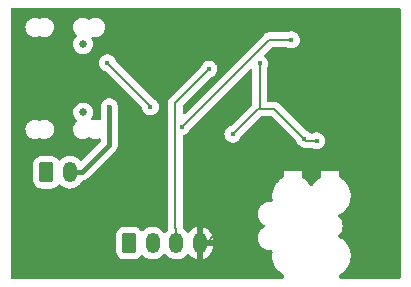
<source format=gbr>
%TF.GenerationSoftware,KiCad,Pcbnew,(6.0.7)*%
%TF.CreationDate,2022-09-26T20:50:42-04:00*%
%TF.ProjectId,STM32G4_USB_PD,53544d33-3247-4345-9f55-53425f50442e,rev?*%
%TF.SameCoordinates,Original*%
%TF.FileFunction,Copper,L2,Bot*%
%TF.FilePolarity,Positive*%
%FSLAX46Y46*%
G04 Gerber Fmt 4.6, Leading zero omitted, Abs format (unit mm)*
G04 Created by KiCad (PCBNEW (6.0.7)) date 2022-09-26 20:50:42*
%MOMM*%
%LPD*%
G01*
G04 APERTURE LIST*
G04 Aperture macros list*
%AMRoundRect*
0 Rectangle with rounded corners*
0 $1 Rounding radius*
0 $2 $3 $4 $5 $6 $7 $8 $9 X,Y pos of 4 corners*
0 Add a 4 corners polygon primitive as box body*
4,1,4,$2,$3,$4,$5,$6,$7,$8,$9,$2,$3,0*
0 Add four circle primitives for the rounded corners*
1,1,$1+$1,$2,$3*
1,1,$1+$1,$4,$5*
1,1,$1+$1,$6,$7*
1,1,$1+$1,$8,$9*
0 Add four rect primitives between the rounded corners*
20,1,$1+$1,$2,$3,$4,$5,0*
20,1,$1+$1,$4,$5,$6,$7,0*
20,1,$1+$1,$6,$7,$8,$9,0*
20,1,$1+$1,$8,$9,$2,$3,0*%
G04 Aperture macros list end*
%TA.AperFunction,ComponentPad*%
%ADD10C,0.660400*%
%TD*%
%TA.AperFunction,ComponentPad*%
%ADD11RoundRect,0.250000X-0.350000X-0.625000X0.350000X-0.625000X0.350000X0.625000X-0.350000X0.625000X0*%
%TD*%
%TA.AperFunction,ComponentPad*%
%ADD12O,1.200000X1.750000*%
%TD*%
%TA.AperFunction,ViaPad*%
%ADD13C,0.400000*%
%TD*%
%TA.AperFunction,Conductor*%
%ADD14C,0.200000*%
%TD*%
%TA.AperFunction,Conductor*%
%ADD15C,0.400000*%
%TD*%
G04 APERTURE END LIST*
D10*
%TO.P,J1,17*%
%TO.N,N/C*%
X92620201Y-71110001D03*
%TO.P,J1,18*%
X92620201Y-76889999D03*
%TD*%
D11*
%TO.P,J4,1,Pin_1*%
%TO.N,Net-(J4-Pad1)*%
X89500000Y-81950000D03*
D12*
%TO.P,J4,2,Pin_2*%
%TO.N,V_USB*%
X91500000Y-81950000D03*
%TD*%
D11*
%TO.P,J3,1,Pin_1*%
%TO.N,V_USB*%
X96500000Y-87950000D03*
D12*
%TO.P,J3,2,Pin_2*%
%TO.N,unconnected-(J3-Pad2)*%
X98500000Y-87950000D03*
%TO.P,J3,3,Pin_3*%
%TO.N,USART2_RX*%
X100500000Y-87950000D03*
%TO.P,J3,4,Pin_4*%
%TO.N,GND*%
X102500000Y-87950000D03*
%TD*%
D13*
%TO.N,GND*%
X111075800Y-81243900D03*
X115633400Y-81230800D03*
%TO.N,V_USB*%
X94833400Y-76400000D03*
%TO.N,+3.3V*%
X111325200Y-79103000D03*
X105287200Y-78734200D03*
X112387500Y-79288900D03*
X107555200Y-72733900D03*
%TO.N,USB_CC1*%
X94677300Y-72681300D03*
X98314500Y-76406000D03*
%TO.N,USART2_RX*%
X103275800Y-73234200D03*
%TO.N,MOTOR_PWM*%
X100951200Y-78142800D03*
X110247300Y-70731500D03*
%TD*%
D14*
%TO.N,GND*%
X111075800Y-81243900D02*
X115620300Y-81243900D01*
X103400300Y-87637500D02*
X109793900Y-81243900D01*
X115620300Y-81243900D02*
X115633400Y-81230800D01*
X102500000Y-87950000D02*
X103400300Y-87950000D01*
X103400300Y-87950000D02*
X103400300Y-87637500D01*
X109793900Y-81243900D02*
X111075800Y-81243900D01*
D15*
%TO.N,V_USB*%
X94833400Y-79616900D02*
X94833400Y-76400000D01*
X92500300Y-81950000D02*
X94833400Y-79616900D01*
X91500000Y-81950000D02*
X92500300Y-81950000D01*
D14*
%TO.N,+3.3V*%
X108806000Y-76583800D02*
X111325200Y-79103000D01*
X111325200Y-79103000D02*
X111511100Y-79288900D01*
X107555200Y-76583800D02*
X107437600Y-76583800D01*
X107437600Y-76583800D02*
X105287200Y-78734200D01*
X111511100Y-79288900D02*
X112387500Y-79288900D01*
X107555200Y-76583800D02*
X108806000Y-76583800D01*
X107555200Y-72733900D02*
X107555200Y-76583800D01*
%TO.N,USB_CC1*%
X98314500Y-76318500D02*
X94677300Y-72681300D01*
X98314500Y-76406000D02*
X98314500Y-76318500D01*
%TO.N,USART2_RX*%
X100500000Y-87950000D02*
X100500000Y-86774700D01*
X100426600Y-76083400D02*
X103275800Y-73234200D01*
X100500000Y-86774700D02*
X100426600Y-86701300D01*
X100426600Y-86701300D02*
X100426600Y-76083400D01*
%TO.N,MOTOR_PWM*%
X110247300Y-70731500D02*
X108362500Y-70731500D01*
X108362500Y-70731500D02*
X100951200Y-78142800D01*
%TD*%
%TA.AperFunction,Conductor*%
%TO.N,GND*%
G36*
X119433621Y-68028502D02*
G01*
X119480114Y-68082158D01*
X119491500Y-68134500D01*
X119491500Y-90865500D01*
X119471498Y-90933621D01*
X119417842Y-90980114D01*
X119365500Y-90991500D01*
X114440500Y-90991500D01*
X114372379Y-90971498D01*
X114325886Y-90917842D01*
X114314500Y-90865500D01*
X114314500Y-90668324D01*
X114334502Y-90600203D01*
X114376645Y-90559703D01*
X114451905Y-90515460D01*
X114532530Y-90468063D01*
X114536241Y-90465042D01*
X114536245Y-90465039D01*
X114733408Y-90304523D01*
X114737120Y-90301501D01*
X114740329Y-90297956D01*
X114740334Y-90297951D01*
X114910945Y-90109461D01*
X114914161Y-90105908D01*
X115059580Y-89885787D01*
X115125724Y-89742311D01*
X115168024Y-89650555D01*
X115168025Y-89650552D01*
X115170030Y-89646203D01*
X115242969Y-89392668D01*
X115250123Y-89337213D01*
X115276109Y-89135755D01*
X115276109Y-89135754D01*
X115276720Y-89131018D01*
X115272167Y-88937847D01*
X115270617Y-88872053D01*
X115270617Y-88872048D01*
X115270504Y-88867273D01*
X115242010Y-88706497D01*
X115225300Y-88612207D01*
X115225299Y-88612203D01*
X115224466Y-88607503D01*
X115201981Y-88541263D01*
X115148222Y-88382895D01*
X115139664Y-88357685D01*
X115018051Y-88123570D01*
X114862424Y-87910543D01*
X114676366Y-87723508D01*
X114539144Y-87622154D01*
X114468008Y-87569612D01*
X114468004Y-87569610D01*
X114464157Y-87566768D01*
X114400867Y-87533469D01*
X114278149Y-87468904D01*
X114227176Y-87419485D01*
X114211013Y-87350353D01*
X114234792Y-87283456D01*
X114257179Y-87259754D01*
X114273005Y-87246846D01*
X114277782Y-87242950D01*
X114283089Y-87236535D01*
X114404108Y-87090248D01*
X114404110Y-87090245D01*
X114408037Y-87085498D01*
X114505229Y-86905745D01*
X114547730Y-86768448D01*
X114563834Y-86716424D01*
X114563835Y-86716421D01*
X114565656Y-86710537D01*
X114567488Y-86693112D01*
X114586372Y-86513438D01*
X114586372Y-86513437D01*
X114587016Y-86507310D01*
X114572782Y-86350900D01*
X114569055Y-86309943D01*
X114569054Y-86309940D01*
X114568496Y-86303804D01*
X114510800Y-86107771D01*
X114416127Y-85926678D01*
X114288083Y-85767423D01*
X114256578Y-85740987D01*
X114217252Y-85681880D01*
X114216124Y-85610892D01*
X114253555Y-85550564D01*
X114290876Y-85527437D01*
X114300651Y-85523537D01*
X114305100Y-85521762D01*
X114532530Y-85388063D01*
X114536241Y-85385042D01*
X114536245Y-85385039D01*
X114733408Y-85224523D01*
X114737120Y-85221501D01*
X114740329Y-85217956D01*
X114740334Y-85217951D01*
X114910945Y-85029461D01*
X114914161Y-85025908D01*
X115059580Y-84805787D01*
X115089425Y-84741050D01*
X115168024Y-84570555D01*
X115168025Y-84570552D01*
X115170030Y-84566203D01*
X115242969Y-84312668D01*
X115276720Y-84051018D01*
X115270504Y-83787273D01*
X115238614Y-83607332D01*
X115225300Y-83532207D01*
X115225299Y-83532203D01*
X115224466Y-83527503D01*
X115139664Y-83277685D01*
X115018051Y-83043570D01*
X114862424Y-82830543D01*
X114676366Y-82643508D01*
X114468074Y-82489661D01*
X114468008Y-82489612D01*
X114468004Y-82489610D01*
X114464157Y-82486768D01*
X114436326Y-82472125D01*
X114381832Y-82443454D01*
X114330859Y-82394034D01*
X114314500Y-82331946D01*
X114314500Y-81882000D01*
X112765500Y-81882000D01*
X112765500Y-82331676D01*
X112745498Y-82399797D01*
X112703355Y-82440297D01*
X112547470Y-82531937D01*
X112543759Y-82534958D01*
X112543755Y-82534961D01*
X112406258Y-82646901D01*
X112342880Y-82698499D01*
X112339671Y-82702044D01*
X112339666Y-82702049D01*
X112169558Y-82889983D01*
X112165839Y-82894092D01*
X112163198Y-82898090D01*
X112163197Y-82898091D01*
X112059793Y-83054614D01*
X112005555Y-83100427D01*
X111935160Y-83109643D01*
X111870956Y-83079338D01*
X111847574Y-83051554D01*
X111845256Y-83047815D01*
X111843051Y-83043570D01*
X111840233Y-83039712D01*
X111840231Y-83039709D01*
X111690245Y-82834405D01*
X111687424Y-82830543D01*
X111501366Y-82643508D01*
X111293074Y-82489661D01*
X111293008Y-82489612D01*
X111293004Y-82489610D01*
X111289157Y-82486768D01*
X111261326Y-82472125D01*
X111206832Y-82443454D01*
X111155859Y-82394034D01*
X111139500Y-82331946D01*
X111139500Y-81882000D01*
X109590500Y-81882000D01*
X109590500Y-82331676D01*
X109570498Y-82399797D01*
X109528355Y-82440297D01*
X109372470Y-82531937D01*
X109368759Y-82534958D01*
X109368755Y-82534961D01*
X109231258Y-82646901D01*
X109167880Y-82698499D01*
X109164671Y-82702044D01*
X109164666Y-82702049D01*
X108994558Y-82889983D01*
X108990839Y-82894092D01*
X108988198Y-82898090D01*
X108988197Y-82898091D01*
X108980254Y-82910115D01*
X108845420Y-83114213D01*
X108843419Y-83118553D01*
X108843417Y-83118557D01*
X108742615Y-83337213D01*
X108734970Y-83353797D01*
X108662031Y-83607332D01*
X108628280Y-83868982D01*
X108634496Y-84132727D01*
X108635330Y-84137432D01*
X108663350Y-84295535D01*
X108655542Y-84366101D01*
X108610823Y-84421244D01*
X108543391Y-84443456D01*
X108525233Y-84442737D01*
X108522166Y-84442393D01*
X108522163Y-84442393D01*
X108518661Y-84442000D01*
X108408578Y-84442000D01*
X108405523Y-84442300D01*
X108405514Y-84442300D01*
X108335725Y-84449143D01*
X108256628Y-84456899D01*
X108250729Y-84458680D01*
X108250724Y-84458681D01*
X108134876Y-84493658D01*
X108061003Y-84515961D01*
X108055562Y-84518854D01*
X107886022Y-84609000D01*
X107886020Y-84609002D01*
X107880576Y-84611896D01*
X107875797Y-84615794D01*
X107726993Y-84737155D01*
X107726990Y-84737158D01*
X107722218Y-84741050D01*
X107718291Y-84745797D01*
X107718289Y-84745799D01*
X107595892Y-84893752D01*
X107595890Y-84893755D01*
X107591963Y-84898502D01*
X107494771Y-85078255D01*
X107434344Y-85273463D01*
X107433700Y-85279588D01*
X107433700Y-85279589D01*
X107417552Y-85433232D01*
X107412984Y-85476690D01*
X107416865Y-85519334D01*
X107427489Y-85636072D01*
X107431504Y-85680196D01*
X107489200Y-85876229D01*
X107583873Y-86057322D01*
X107711917Y-86216577D01*
X107868456Y-86347928D01*
X107873852Y-86350894D01*
X107873860Y-86350900D01*
X107943880Y-86389394D01*
X107993939Y-86439739D01*
X108008832Y-86509156D01*
X107983831Y-86575605D01*
X107942333Y-86611059D01*
X107886022Y-86641000D01*
X107886020Y-86641002D01*
X107880576Y-86643896D01*
X107853486Y-86665990D01*
X107726993Y-86769155D01*
X107726990Y-86769158D01*
X107722218Y-86773050D01*
X107718291Y-86777797D01*
X107718289Y-86777799D01*
X107595892Y-86925752D01*
X107595890Y-86925755D01*
X107591963Y-86930502D01*
X107494771Y-87110255D01*
X107492949Y-87116142D01*
X107443898Y-87274600D01*
X107434344Y-87305463D01*
X107433700Y-87311588D01*
X107433700Y-87311589D01*
X107418137Y-87459658D01*
X107412984Y-87508690D01*
X107415239Y-87533469D01*
X107428382Y-87677885D01*
X107431504Y-87712196D01*
X107489200Y-87908229D01*
X107583873Y-88089322D01*
X107711917Y-88248577D01*
X107868456Y-88379928D01*
X107873848Y-88382892D01*
X107873852Y-88382895D01*
X108024294Y-88465601D01*
X108047526Y-88478373D01*
X108053393Y-88480234D01*
X108053395Y-88480235D01*
X108144917Y-88509268D01*
X108242308Y-88540162D01*
X108401339Y-88558000D01*
X108511422Y-88558000D01*
X108514486Y-88557700D01*
X108514498Y-88557699D01*
X108523354Y-88556831D01*
X108593101Y-88570093D01*
X108644606Y-88618957D01*
X108661517Y-88687911D01*
X108660611Y-88698344D01*
X108628280Y-88948982D01*
X108631667Y-89092700D01*
X108633469Y-89169134D01*
X108634496Y-89212727D01*
X108643454Y-89263275D01*
X108667201Y-89397263D01*
X108680534Y-89472497D01*
X108765336Y-89722315D01*
X108886949Y-89956430D01*
X109042576Y-90169457D01*
X109228634Y-90356492D01*
X109334738Y-90434862D01*
X109436992Y-90510388D01*
X109436996Y-90510390D01*
X109440843Y-90513232D01*
X109445078Y-90515460D01*
X109523168Y-90556546D01*
X109574141Y-90605966D01*
X109590500Y-90668054D01*
X109590500Y-90865500D01*
X109570498Y-90933621D01*
X109516842Y-90980114D01*
X109464500Y-90991500D01*
X86634500Y-90991500D01*
X86566379Y-90971498D01*
X86519886Y-90917842D01*
X86508500Y-90865500D01*
X86508500Y-88625400D01*
X95391500Y-88625400D01*
X95402474Y-88731166D01*
X95458450Y-88898946D01*
X95551522Y-89049348D01*
X95676697Y-89174305D01*
X95682927Y-89178145D01*
X95682928Y-89178146D01*
X95820090Y-89262694D01*
X95827262Y-89267115D01*
X95863942Y-89279281D01*
X95988611Y-89320632D01*
X95988613Y-89320632D01*
X95995139Y-89322797D01*
X96001975Y-89323497D01*
X96001978Y-89323498D01*
X96040386Y-89327433D01*
X96099600Y-89333500D01*
X96900400Y-89333500D01*
X96903646Y-89333163D01*
X96903650Y-89333163D01*
X96999308Y-89323238D01*
X96999312Y-89323237D01*
X97006166Y-89322526D01*
X97012702Y-89320345D01*
X97012704Y-89320345D01*
X97148867Y-89274917D01*
X97173946Y-89266550D01*
X97324348Y-89173478D01*
X97449305Y-89048303D01*
X97481075Y-88996764D01*
X97533846Y-88949271D01*
X97603918Y-88937847D01*
X97669042Y-88966121D01*
X97687418Y-88985045D01*
X97693604Y-88992920D01*
X97698135Y-88996852D01*
X97698138Y-88996855D01*
X97783620Y-89071032D01*
X97853363Y-89131552D01*
X97858549Y-89134552D01*
X97858553Y-89134555D01*
X97954957Y-89190326D01*
X98036454Y-89237473D01*
X98236271Y-89306861D01*
X98242206Y-89307722D01*
X98242208Y-89307722D01*
X98439664Y-89336352D01*
X98439667Y-89336352D01*
X98445604Y-89337213D01*
X98656899Y-89327433D01*
X98788077Y-89295819D01*
X98856701Y-89279281D01*
X98856703Y-89279280D01*
X98862534Y-89277875D01*
X98867992Y-89275393D01*
X98867996Y-89275392D01*
X99016332Y-89207947D01*
X99055087Y-89190326D01*
X99227611Y-89067946D01*
X99373881Y-88915150D01*
X99385124Y-88897738D01*
X99394746Y-88882837D01*
X99448501Y-88836460D01*
X99518797Y-88826507D01*
X99583314Y-88856139D01*
X99599681Y-88873351D01*
X99693604Y-88992920D01*
X99698135Y-88996852D01*
X99698138Y-88996855D01*
X99783620Y-89071032D01*
X99853363Y-89131552D01*
X99858549Y-89134552D01*
X99858553Y-89134555D01*
X99954957Y-89190326D01*
X100036454Y-89237473D01*
X100236271Y-89306861D01*
X100242206Y-89307722D01*
X100242208Y-89307722D01*
X100439664Y-89336352D01*
X100439667Y-89336352D01*
X100445604Y-89337213D01*
X100656899Y-89327433D01*
X100788077Y-89295819D01*
X100856701Y-89279281D01*
X100856703Y-89279280D01*
X100862534Y-89277875D01*
X100867992Y-89275393D01*
X100867996Y-89275392D01*
X101016332Y-89207947D01*
X101055087Y-89190326D01*
X101227611Y-89067946D01*
X101373881Y-88915150D01*
X101377130Y-88910119D01*
X101377135Y-88910112D01*
X101395033Y-88882393D01*
X101448789Y-88836016D01*
X101519085Y-88826063D01*
X101583602Y-88855696D01*
X101599970Y-88872909D01*
X101690262Y-88987857D01*
X101698499Y-88996506D01*
X101849123Y-89127212D01*
X101858847Y-89134147D01*
X102031467Y-89234010D01*
X102042331Y-89238984D01*
X102230727Y-89304407D01*
X102231716Y-89304648D01*
X102242008Y-89303180D01*
X102246000Y-89289615D01*
X102246000Y-89285402D01*
X102754000Y-89285402D01*
X102757973Y-89298933D01*
X102767399Y-89300288D01*
X102856537Y-89278806D01*
X102867832Y-89274917D01*
X103049382Y-89192371D01*
X103059724Y-89186424D01*
X103222397Y-89071032D01*
X103231425Y-89063239D01*
X103369342Y-88919169D01*
X103376738Y-88909804D01*
X103484921Y-88742259D01*
X103490417Y-88731655D01*
X103564961Y-88546688D01*
X103568355Y-88535230D01*
X103606857Y-88338072D01*
X103607934Y-88329209D01*
X103608000Y-88326500D01*
X103608000Y-88222115D01*
X103603525Y-88206876D01*
X103602135Y-88205671D01*
X103594452Y-88204000D01*
X102772115Y-88204000D01*
X102756876Y-88208475D01*
X102755671Y-88209865D01*
X102754000Y-88217548D01*
X102754000Y-89285402D01*
X102246000Y-89285402D01*
X102246000Y-87677885D01*
X102754000Y-87677885D01*
X102758475Y-87693124D01*
X102759865Y-87694329D01*
X102767548Y-87696000D01*
X103589885Y-87696000D01*
X103605124Y-87691525D01*
X103606329Y-87690135D01*
X103608000Y-87682452D01*
X103608000Y-87625168D01*
X103607715Y-87619192D01*
X103593529Y-87470506D01*
X103591270Y-87458772D01*
X103535128Y-87267401D01*
X103530698Y-87256325D01*
X103439381Y-87079022D01*
X103432931Y-87068976D01*
X103309738Y-86912143D01*
X103301501Y-86903494D01*
X103150877Y-86772788D01*
X103141153Y-86765853D01*
X102968533Y-86665990D01*
X102957669Y-86661016D01*
X102769273Y-86595593D01*
X102768284Y-86595352D01*
X102757992Y-86596820D01*
X102754000Y-86610385D01*
X102754000Y-87677885D01*
X102246000Y-87677885D01*
X102246000Y-86614598D01*
X102242027Y-86601067D01*
X102232601Y-86599712D01*
X102143463Y-86621194D01*
X102132168Y-86625083D01*
X101950618Y-86707629D01*
X101940276Y-86713576D01*
X101777603Y-86828968D01*
X101768575Y-86836761D01*
X101630658Y-86980831D01*
X101623259Y-86990200D01*
X101605582Y-87017577D01*
X101551828Y-87063955D01*
X101481532Y-87073909D01*
X101417015Y-87044278D01*
X101400644Y-87027063D01*
X101392867Y-87017163D01*
X101306396Y-86907080D01*
X101301865Y-86903148D01*
X101301862Y-86903145D01*
X101146637Y-86768448D01*
X101148078Y-86766788D01*
X101110286Y-86718632D01*
X101102385Y-86688366D01*
X101094777Y-86630581D01*
X101092838Y-86615850D01*
X101044691Y-86499613D01*
X101035100Y-86451395D01*
X101035100Y-78950869D01*
X101055102Y-78882748D01*
X101108758Y-78836255D01*
X101132971Y-78828049D01*
X101177349Y-78817885D01*
X101192959Y-78814310D01*
X101346158Y-78737259D01*
X101351929Y-78732330D01*
X101351932Y-78732328D01*
X101470778Y-78630823D01*
X101476555Y-78625889D01*
X101576624Y-78486630D01*
X101640094Y-78328740D01*
X101667907Y-78286642D01*
X106731605Y-73222944D01*
X106793917Y-73188918D01*
X106864732Y-73193983D01*
X106921568Y-73236530D01*
X106946379Y-73303050D01*
X106946700Y-73312039D01*
X106946700Y-76161961D01*
X106926698Y-76230082D01*
X106909795Y-76251056D01*
X105138783Y-78022068D01*
X105079102Y-78055492D01*
X105045802Y-78063486D01*
X105045798Y-78063487D01*
X105038423Y-78065258D01*
X104886039Y-78143909D01*
X104756815Y-78256639D01*
X104658210Y-78396939D01*
X104647446Y-78424548D01*
X104615341Y-78506893D01*
X104595918Y-78556709D01*
X104594926Y-78564242D01*
X104594926Y-78564243D01*
X104579847Y-78678783D01*
X104573535Y-78726726D01*
X104574369Y-78734276D01*
X104590241Y-78878042D01*
X104592353Y-78897175D01*
X104594962Y-78904306D01*
X104594963Y-78904308D01*
X104611398Y-78949219D01*
X104651285Y-79058215D01*
X104655522Y-79064521D01*
X104655524Y-79064524D01*
X104687242Y-79111724D01*
X104746930Y-79200549D01*
X104801940Y-79250604D01*
X104848569Y-79293033D01*
X104873765Y-79315960D01*
X105024468Y-79397785D01*
X105190339Y-79441301D01*
X105277786Y-79442674D01*
X105354203Y-79443875D01*
X105354206Y-79443875D01*
X105361802Y-79443994D01*
X105369206Y-79442298D01*
X105369208Y-79442298D01*
X105435936Y-79427015D01*
X105528959Y-79405710D01*
X105682158Y-79328659D01*
X105687929Y-79323730D01*
X105687932Y-79323728D01*
X105806778Y-79222223D01*
X105812555Y-79217289D01*
X105912624Y-79078030D01*
X105976094Y-78920140D01*
X106003907Y-78878042D01*
X107652744Y-77229205D01*
X107715056Y-77195179D01*
X107741839Y-77192300D01*
X108501761Y-77192300D01*
X108569882Y-77212302D01*
X108590856Y-77229205D01*
X110612255Y-79250604D01*
X110641486Y-79296398D01*
X110653292Y-79328659D01*
X110689285Y-79427015D01*
X110693522Y-79433321D01*
X110693524Y-79433324D01*
X110720602Y-79473620D01*
X110784930Y-79569349D01*
X110790546Y-79574459D01*
X110894641Y-79669178D01*
X110911765Y-79684760D01*
X111062468Y-79766585D01*
X111069810Y-79768511D01*
X111069812Y-79768512D01*
X111146681Y-79788678D01*
X111191410Y-79810590D01*
X111204225Y-79820424D01*
X111352250Y-79881738D01*
X111471215Y-79897400D01*
X111471220Y-79897400D01*
X111471229Y-79897401D01*
X111502912Y-79901572D01*
X111511100Y-79902650D01*
X111542793Y-79898478D01*
X111559236Y-79897400D01*
X111991314Y-79897400D01*
X112051436Y-79912669D01*
X112124768Y-79952485D01*
X112290639Y-79996001D01*
X112378086Y-79997374D01*
X112454503Y-79998575D01*
X112454506Y-79998575D01*
X112462102Y-79998694D01*
X112469506Y-79996998D01*
X112469508Y-79996998D01*
X112554867Y-79977448D01*
X112629259Y-79960410D01*
X112782458Y-79883359D01*
X112788229Y-79878430D01*
X112788232Y-79878428D01*
X112907078Y-79776923D01*
X112912855Y-79771989D01*
X113012924Y-79632730D01*
X113076885Y-79473620D01*
X113087678Y-79397785D01*
X113100466Y-79307931D01*
X113100466Y-79307927D01*
X113101047Y-79303847D01*
X113101204Y-79288900D01*
X113082374Y-79133300D01*
X113081515Y-79126199D01*
X113081514Y-79126196D01*
X113080602Y-79118658D01*
X113065941Y-79079857D01*
X113022671Y-78965347D01*
X113019987Y-78958244D01*
X112982098Y-78903115D01*
X112927159Y-78823178D01*
X112927158Y-78823176D01*
X112922857Y-78816919D01*
X112917186Y-78811866D01*
X112800493Y-78707896D01*
X112800490Y-78707894D01*
X112794821Y-78702843D01*
X112643269Y-78622600D01*
X112625696Y-78618186D01*
X112484322Y-78582675D01*
X112484318Y-78582675D01*
X112476951Y-78580824D01*
X112469352Y-78580784D01*
X112469350Y-78580784D01*
X112397894Y-78580410D01*
X112305469Y-78579926D01*
X112298089Y-78581698D01*
X112298087Y-78581698D01*
X112146102Y-78618186D01*
X112146098Y-78618187D01*
X112138723Y-78619958D01*
X112060372Y-78660398D01*
X112048809Y-78666366D01*
X111991019Y-78680400D01*
X111959767Y-78680400D01*
X111891646Y-78660398D01*
X111865255Y-78637727D01*
X111864857Y-78637276D01*
X111860557Y-78631019D01*
X111854799Y-78625889D01*
X111738193Y-78521996D01*
X111738190Y-78521994D01*
X111732521Y-78516943D01*
X111580969Y-78436700D01*
X111532589Y-78424548D01*
X111474188Y-78391439D01*
X109270315Y-76187566D01*
X109259448Y-76175175D01*
X109245013Y-76156363D01*
X109239987Y-76149813D01*
X109208075Y-76125326D01*
X109208072Y-76125323D01*
X109157583Y-76086581D01*
X109119429Y-76057304D01*
X109119427Y-76057303D01*
X109112876Y-76052276D01*
X108964851Y-75990962D01*
X108956664Y-75989884D01*
X108956663Y-75989884D01*
X108937133Y-75987313D01*
X108845893Y-75975301D01*
X108845891Y-75975301D01*
X108845885Y-75975300D01*
X108845883Y-75975300D01*
X108845874Y-75975299D01*
X108814189Y-75971128D01*
X108806000Y-75970050D01*
X108774307Y-75974222D01*
X108757864Y-75975300D01*
X108289700Y-75975300D01*
X108221579Y-75955298D01*
X108175086Y-75901642D01*
X108163700Y-75849300D01*
X108163700Y-73138972D01*
X108178758Y-73080327D01*
X108180624Y-73077730D01*
X108244585Y-72918620D01*
X108268747Y-72748847D01*
X108268904Y-72733900D01*
X108259138Y-72653196D01*
X108249215Y-72571199D01*
X108249214Y-72571196D01*
X108248302Y-72563658D01*
X108234450Y-72526998D01*
X108190371Y-72410347D01*
X108187687Y-72403244D01*
X108156418Y-72357747D01*
X108094859Y-72268178D01*
X108094858Y-72268176D01*
X108090557Y-72261919D01*
X108032232Y-72209953D01*
X107979778Y-72163218D01*
X107942222Y-72102968D01*
X107943203Y-72031978D01*
X107974502Y-71980047D01*
X108577644Y-71376905D01*
X108639956Y-71342879D01*
X108666739Y-71340000D01*
X109851114Y-71340000D01*
X109911236Y-71355269D01*
X109984568Y-71395085D01*
X110150439Y-71438601D01*
X110237886Y-71439974D01*
X110314303Y-71441175D01*
X110314306Y-71441175D01*
X110321902Y-71441294D01*
X110329306Y-71439598D01*
X110329308Y-71439598D01*
X110392146Y-71425206D01*
X110489059Y-71403010D01*
X110642258Y-71325959D01*
X110648029Y-71321030D01*
X110648032Y-71321028D01*
X110766878Y-71219523D01*
X110772655Y-71214589D01*
X110872724Y-71075330D01*
X110936685Y-70916220D01*
X110960847Y-70746447D01*
X110961004Y-70731500D01*
X110940402Y-70561258D01*
X110914575Y-70492907D01*
X110882471Y-70407947D01*
X110879787Y-70400844D01*
X110827760Y-70325144D01*
X110786959Y-70265778D01*
X110786958Y-70265776D01*
X110782657Y-70259519D01*
X110721471Y-70205004D01*
X110660293Y-70150496D01*
X110660290Y-70150494D01*
X110654621Y-70145443D01*
X110503069Y-70065200D01*
X110485496Y-70060786D01*
X110344122Y-70025275D01*
X110344118Y-70025275D01*
X110336751Y-70023424D01*
X110329152Y-70023384D01*
X110329150Y-70023384D01*
X110257694Y-70023010D01*
X110165269Y-70022526D01*
X110157889Y-70024298D01*
X110157887Y-70024298D01*
X110005902Y-70060786D01*
X110005898Y-70060787D01*
X109998523Y-70062558D01*
X109986519Y-70068754D01*
X109908609Y-70108966D01*
X109850819Y-70123000D01*
X108410636Y-70123000D01*
X108394193Y-70121922D01*
X108362500Y-70117750D01*
X108354311Y-70118828D01*
X108322626Y-70122999D01*
X108322617Y-70123000D01*
X108322615Y-70123000D01*
X108322609Y-70123001D01*
X108322607Y-70123001D01*
X108223043Y-70136109D01*
X108211836Y-70137584D01*
X108211834Y-70137585D01*
X108203649Y-70138662D01*
X108055624Y-70199976D01*
X107960428Y-70273023D01*
X107960425Y-70273026D01*
X107928513Y-70297513D01*
X107923483Y-70304068D01*
X107909048Y-70322879D01*
X107898181Y-70335270D01*
X101250195Y-76983256D01*
X101187883Y-77017282D01*
X101117068Y-77012217D01*
X101060232Y-76969670D01*
X101035421Y-76903150D01*
X101035100Y-76894161D01*
X101035100Y-76387639D01*
X101055102Y-76319518D01*
X101072005Y-76298544D01*
X103423545Y-73947004D01*
X103484510Y-73913279D01*
X103510159Y-73907405D01*
X103510161Y-73907404D01*
X103517559Y-73905710D01*
X103670758Y-73828659D01*
X103676529Y-73823730D01*
X103676532Y-73823728D01*
X103795378Y-73722223D01*
X103801155Y-73717289D01*
X103901224Y-73578030D01*
X103965185Y-73418920D01*
X103989347Y-73249147D01*
X103989504Y-73234200D01*
X103973108Y-73098713D01*
X103969815Y-73071499D01*
X103969814Y-73071496D01*
X103968902Y-73063958D01*
X103960353Y-73041332D01*
X103910971Y-72910647D01*
X103908287Y-72903544D01*
X103811157Y-72762219D01*
X103805486Y-72757166D01*
X103688793Y-72653196D01*
X103688790Y-72653194D01*
X103683121Y-72648143D01*
X103675125Y-72643909D01*
X103538281Y-72571454D01*
X103538282Y-72571454D01*
X103531569Y-72567900D01*
X103513996Y-72563486D01*
X103372622Y-72527975D01*
X103372618Y-72527975D01*
X103365251Y-72526124D01*
X103357652Y-72526084D01*
X103357650Y-72526084D01*
X103286194Y-72525710D01*
X103193769Y-72525226D01*
X103186389Y-72526998D01*
X103186387Y-72526998D01*
X103034402Y-72563486D01*
X103034398Y-72563487D01*
X103027023Y-72565258D01*
X102874639Y-72643909D01*
X102745415Y-72756639D01*
X102646810Y-72896939D01*
X102641288Y-72911102D01*
X102588865Y-73045559D01*
X102560567Y-73088884D01*
X100030366Y-75619085D01*
X100017975Y-75629952D01*
X99992613Y-75649413D01*
X99968126Y-75681325D01*
X99968123Y-75681328D01*
X99968117Y-75681336D01*
X99911178Y-75755540D01*
X99895076Y-75776524D01*
X99834636Y-75922439D01*
X99833762Y-75924550D01*
X99832685Y-75932732D01*
X99832684Y-75932735D01*
X99825019Y-75990962D01*
X99818100Y-76043515D01*
X99818100Y-76043520D01*
X99812850Y-76083400D01*
X99813928Y-76091588D01*
X99817022Y-76115090D01*
X99818100Y-76131536D01*
X99818100Y-86653164D01*
X99817022Y-86669607D01*
X99812850Y-86701300D01*
X99815394Y-86720622D01*
X99804455Y-86790768D01*
X99773936Y-86830957D01*
X99772389Y-86832054D01*
X99626119Y-86984850D01*
X99622866Y-86989888D01*
X99605254Y-87017163D01*
X99551499Y-87063540D01*
X99481203Y-87073493D01*
X99416686Y-87043861D01*
X99400317Y-87026647D01*
X99393193Y-87017577D01*
X99306396Y-86907080D01*
X99301865Y-86903148D01*
X99301862Y-86903145D01*
X99151167Y-86772379D01*
X99146637Y-86768448D01*
X99141451Y-86765448D01*
X99141447Y-86765445D01*
X98968742Y-86665533D01*
X98963546Y-86662527D01*
X98763729Y-86593139D01*
X98757794Y-86592278D01*
X98757792Y-86592278D01*
X98560336Y-86563648D01*
X98560333Y-86563648D01*
X98554396Y-86562787D01*
X98343101Y-86572567D01*
X98230466Y-86599712D01*
X98143299Y-86620719D01*
X98143297Y-86620720D01*
X98137466Y-86622125D01*
X98132008Y-86624607D01*
X98132004Y-86624608D01*
X98040990Y-86665990D01*
X97944913Y-86709674D01*
X97772389Y-86832054D01*
X97768248Y-86836380D01*
X97768241Y-86836386D01*
X97681194Y-86927317D01*
X97619639Y-86962694D01*
X97548730Y-86959175D01*
X97490979Y-86917879D01*
X97483032Y-86906491D01*
X97448478Y-86850652D01*
X97323303Y-86725695D01*
X97308263Y-86716424D01*
X97178968Y-86636725D01*
X97178966Y-86636724D01*
X97172738Y-86632885D01*
X97064005Y-86596820D01*
X97011389Y-86579368D01*
X97011387Y-86579368D01*
X97004861Y-86577203D01*
X96998025Y-86576503D01*
X96998022Y-86576502D01*
X96954969Y-86572091D01*
X96900400Y-86566500D01*
X96099600Y-86566500D01*
X96096354Y-86566837D01*
X96096350Y-86566837D01*
X96000692Y-86576762D01*
X96000688Y-86576763D01*
X95993834Y-86577474D01*
X95987298Y-86579655D01*
X95987296Y-86579655D01*
X95893168Y-86611059D01*
X95826054Y-86633450D01*
X95675652Y-86726522D01*
X95550695Y-86851697D01*
X95546855Y-86857927D01*
X95546854Y-86857928D01*
X95491248Y-86948138D01*
X95457885Y-87002262D01*
X95436127Y-87067862D01*
X95415623Y-87129680D01*
X95402203Y-87170139D01*
X95391500Y-87274600D01*
X95391500Y-88625400D01*
X86508500Y-88625400D01*
X86508500Y-82625400D01*
X88391500Y-82625400D01*
X88391837Y-82628646D01*
X88391837Y-82628650D01*
X88399085Y-82698499D01*
X88402474Y-82731166D01*
X88404655Y-82737702D01*
X88404655Y-82737704D01*
X88435135Y-82829064D01*
X88458450Y-82898946D01*
X88551522Y-83049348D01*
X88676697Y-83174305D01*
X88682927Y-83178145D01*
X88682928Y-83178146D01*
X88820090Y-83262694D01*
X88827262Y-83267115D01*
X88907005Y-83293564D01*
X88988611Y-83320632D01*
X88988613Y-83320632D01*
X88995139Y-83322797D01*
X89001975Y-83323497D01*
X89001978Y-83323498D01*
X89040386Y-83327433D01*
X89099600Y-83333500D01*
X89900400Y-83333500D01*
X89903646Y-83333163D01*
X89903650Y-83333163D01*
X89999308Y-83323238D01*
X89999312Y-83323237D01*
X90006166Y-83322526D01*
X90012702Y-83320345D01*
X90012704Y-83320345D01*
X90153294Y-83273440D01*
X90173946Y-83266550D01*
X90324348Y-83173478D01*
X90449305Y-83048303D01*
X90454603Y-83039709D01*
X90481074Y-82996764D01*
X90533846Y-82949271D01*
X90603918Y-82937847D01*
X90669042Y-82966121D01*
X90687418Y-82985045D01*
X90693604Y-82992920D01*
X90698135Y-82996852D01*
X90698138Y-82996855D01*
X90784058Y-83071412D01*
X90853363Y-83131552D01*
X90858549Y-83134552D01*
X90858553Y-83134555D01*
X90954957Y-83190326D01*
X91036454Y-83237473D01*
X91236271Y-83306861D01*
X91242206Y-83307722D01*
X91242208Y-83307722D01*
X91439664Y-83336352D01*
X91439667Y-83336352D01*
X91445604Y-83337213D01*
X91656899Y-83327433D01*
X91788077Y-83295819D01*
X91856701Y-83279281D01*
X91856703Y-83279280D01*
X91862534Y-83277875D01*
X91867992Y-83275393D01*
X91867996Y-83275392D01*
X91983041Y-83223084D01*
X92055087Y-83190326D01*
X92227611Y-83067946D01*
X92373881Y-82915150D01*
X92488620Y-82737452D01*
X92490860Y-82731893D01*
X92490865Y-82731884D01*
X92491120Y-82731251D01*
X92491332Y-82730982D01*
X92493622Y-82726565D01*
X92494474Y-82727007D01*
X92535138Y-82675547D01*
X92586319Y-82654231D01*
X92600609Y-82651737D01*
X92607121Y-82650777D01*
X92670542Y-82643102D01*
X92677643Y-82640419D01*
X92680252Y-82639778D01*
X92696562Y-82635315D01*
X92699098Y-82634550D01*
X92706584Y-82633243D01*
X92765100Y-82607556D01*
X92771204Y-82605065D01*
X92823848Y-82585173D01*
X92823849Y-82585172D01*
X92830956Y-82582487D01*
X92837219Y-82578183D01*
X92839585Y-82576946D01*
X92854397Y-82568701D01*
X92856651Y-82567368D01*
X92863605Y-82564315D01*
X92914302Y-82525413D01*
X92919632Y-82521541D01*
X92966020Y-82489661D01*
X92966025Y-82489656D01*
X92972281Y-82485357D01*
X93013736Y-82438829D01*
X93018716Y-82433554D01*
X95313920Y-80138350D01*
X95320185Y-80132496D01*
X95358060Y-80099455D01*
X95363785Y-80094461D01*
X95400514Y-80042200D01*
X95404446Y-80036905D01*
X95439191Y-79992594D01*
X95443877Y-79986618D01*
X95447002Y-79979696D01*
X95448364Y-79977448D01*
X95456768Y-79962715D01*
X95458022Y-79960376D01*
X95462390Y-79954161D01*
X95465149Y-79947085D01*
X95465151Y-79947081D01*
X95485600Y-79894631D01*
X95488149Y-79888566D01*
X95514445Y-79830327D01*
X95515829Y-79822862D01*
X95516626Y-79820318D01*
X95521259Y-79804052D01*
X95521921Y-79801472D01*
X95524682Y-79794391D01*
X95528444Y-79765819D01*
X95533021Y-79731047D01*
X95534053Y-79724529D01*
X95540753Y-79688384D01*
X95545696Y-79661713D01*
X95542109Y-79599502D01*
X95541900Y-79592249D01*
X95541900Y-76459331D01*
X95543157Y-76441577D01*
X95546366Y-76419030D01*
X95546366Y-76419029D01*
X95546947Y-76414947D01*
X95547104Y-76400000D01*
X95539292Y-76335449D01*
X95527415Y-76237299D01*
X95527414Y-76237296D01*
X95526502Y-76229758D01*
X95494395Y-76144787D01*
X95468571Y-76076447D01*
X95465887Y-76069344D01*
X95454428Y-76052671D01*
X95373059Y-75934278D01*
X95373058Y-75934276D01*
X95368757Y-75928019D01*
X95363086Y-75922966D01*
X95246393Y-75818996D01*
X95246390Y-75818994D01*
X95240721Y-75813943D01*
X95232725Y-75809709D01*
X95095881Y-75737254D01*
X95095882Y-75737254D01*
X95089169Y-75733700D01*
X95071596Y-75729286D01*
X94930222Y-75693775D01*
X94930218Y-75693775D01*
X94922851Y-75691924D01*
X94915252Y-75691884D01*
X94915250Y-75691884D01*
X94843794Y-75691510D01*
X94751369Y-75691026D01*
X94743989Y-75692798D01*
X94743987Y-75692798D01*
X94592002Y-75729286D01*
X94591998Y-75729287D01*
X94584623Y-75731058D01*
X94432239Y-75809709D01*
X94303015Y-75922439D01*
X94204410Y-76062739D01*
X94180008Y-76125326D01*
X94145377Y-76214151D01*
X94142118Y-76222509D01*
X94141126Y-76230042D01*
X94141126Y-76230043D01*
X94129347Y-76319518D01*
X94119735Y-76392526D01*
X94122661Y-76419030D01*
X94124139Y-76432416D01*
X94124900Y-76446243D01*
X94124900Y-77441426D01*
X94104898Y-77509547D01*
X94051242Y-77556040D01*
X93980968Y-77566144D01*
X93955807Y-77559827D01*
X93923561Y-77548091D01*
X93865368Y-77526910D01*
X93865365Y-77526909D01*
X93858751Y-77524502D01*
X93797054Y-77516708D01*
X93721758Y-77507196D01*
X93721755Y-77507196D01*
X93717830Y-77506700D01*
X93620423Y-77506700D01*
X93484975Y-77521893D01*
X93478322Y-77524210D01*
X93478321Y-77524210D01*
X93478063Y-77524300D01*
X93477887Y-77524309D01*
X93471456Y-77525770D01*
X93471199Y-77524640D01*
X93407153Y-77527814D01*
X93345601Y-77492432D01*
X93312949Y-77429390D01*
X93319563Y-77358702D01*
X93327507Y-77342309D01*
X93387308Y-77238731D01*
X93387309Y-77238730D01*
X93390612Y-77233008D01*
X93430198Y-77111173D01*
X93443052Y-77071614D01*
X93443052Y-77071613D01*
X93445092Y-77065335D01*
X93463521Y-76889999D01*
X93445092Y-76714663D01*
X93390612Y-76546990D01*
X93373680Y-76517662D01*
X93328442Y-76439309D01*
X93302461Y-76394308D01*
X93184492Y-76263290D01*
X93041861Y-76159662D01*
X93035832Y-76156978D01*
X93035829Y-76156976D01*
X92886837Y-76090641D01*
X92886834Y-76090640D01*
X92880801Y-76087954D01*
X92826665Y-76076447D01*
X92714809Y-76052671D01*
X92714805Y-76052671D01*
X92708352Y-76051299D01*
X92532050Y-76051299D01*
X92525597Y-76052671D01*
X92525593Y-76052671D01*
X92413737Y-76076447D01*
X92359601Y-76087954D01*
X92353568Y-76090640D01*
X92353565Y-76090641D01*
X92204573Y-76156976D01*
X92204570Y-76156978D01*
X92198541Y-76159662D01*
X92055910Y-76263290D01*
X91937941Y-76394308D01*
X91911960Y-76439309D01*
X91866723Y-76517662D01*
X91849790Y-76546990D01*
X91795310Y-76714663D01*
X91776881Y-76889999D01*
X91795310Y-77065335D01*
X91797350Y-77071613D01*
X91797350Y-77071614D01*
X91810204Y-77111173D01*
X91849790Y-77233008D01*
X91937941Y-77385690D01*
X91942359Y-77390597D01*
X91942360Y-77390598D01*
X92055910Y-77516708D01*
X92054024Y-77518406D01*
X92085272Y-77569150D01*
X92083906Y-77640133D01*
X92052499Y-77691722D01*
X91941251Y-77802196D01*
X91941248Y-77802200D01*
X91936254Y-77807159D01*
X91932480Y-77813105D01*
X91932479Y-77813107D01*
X91898564Y-77866549D01*
X91838486Y-77961217D01*
X91777278Y-78133107D01*
X91776445Y-78140093D01*
X91776444Y-78140097D01*
X91763143Y-78251647D01*
X91755674Y-78314286D01*
X91774746Y-78495749D01*
X91777016Y-78502417D01*
X91830798Y-78660398D01*
X91833548Y-78668477D01*
X91852503Y-78699288D01*
X91924308Y-78816005D01*
X91929156Y-78823886D01*
X92056818Y-78954250D01*
X92065759Y-78960012D01*
X92179751Y-79033475D01*
X92210190Y-79053092D01*
X92216810Y-79055501D01*
X92216813Y-79055503D01*
X92375032Y-79113090D01*
X92375035Y-79113091D01*
X92381649Y-79115498D01*
X92439699Y-79122831D01*
X92518642Y-79132804D01*
X92518645Y-79132804D01*
X92522570Y-79133300D01*
X92619977Y-79133300D01*
X92755425Y-79118107D01*
X92762918Y-79115498D01*
X92832081Y-79091413D01*
X92927739Y-79058101D01*
X92933717Y-79054366D01*
X92970276Y-79031521D01*
X93054091Y-78979148D01*
X93122459Y-78960012D01*
X93189115Y-78980091D01*
X93296464Y-79049273D01*
X93302390Y-79053092D01*
X93309010Y-79055501D01*
X93309013Y-79055503D01*
X93467232Y-79113090D01*
X93467235Y-79113091D01*
X93473849Y-79115498D01*
X93531899Y-79122831D01*
X93610842Y-79132804D01*
X93610845Y-79132804D01*
X93614770Y-79133300D01*
X93712177Y-79133300D01*
X93847625Y-79118107D01*
X93957465Y-79079857D01*
X94028372Y-79076343D01*
X94089925Y-79111724D01*
X94122577Y-79174766D01*
X94124900Y-79198848D01*
X94124900Y-79271239D01*
X94104898Y-79339360D01*
X94087995Y-79360334D01*
X92510156Y-80938174D01*
X92447844Y-80972199D01*
X92377029Y-80967135D01*
X92321977Y-80926914D01*
X92310106Y-80911802D01*
X92310101Y-80911797D01*
X92306396Y-80907080D01*
X92301865Y-80903148D01*
X92301862Y-80903145D01*
X92151167Y-80772379D01*
X92146637Y-80768448D01*
X92141451Y-80765448D01*
X92141447Y-80765445D01*
X91968742Y-80665533D01*
X91963546Y-80662527D01*
X91763729Y-80593139D01*
X91757794Y-80592278D01*
X91757792Y-80592278D01*
X91560336Y-80563648D01*
X91560333Y-80563648D01*
X91554396Y-80562787D01*
X91343101Y-80572567D01*
X91211923Y-80604181D01*
X91143299Y-80620719D01*
X91143297Y-80620720D01*
X91137466Y-80622125D01*
X91132008Y-80624607D01*
X91132004Y-80624608D01*
X91016959Y-80676916D01*
X90944913Y-80709674D01*
X90772389Y-80832054D01*
X90768247Y-80836381D01*
X90768241Y-80836386D01*
X90681194Y-80927317D01*
X90619639Y-80962694D01*
X90548730Y-80959175D01*
X90490979Y-80917879D01*
X90483032Y-80906491D01*
X90448478Y-80850652D01*
X90323303Y-80725695D01*
X90220826Y-80662527D01*
X90178968Y-80636725D01*
X90178966Y-80636724D01*
X90172738Y-80632885D01*
X90012254Y-80579655D01*
X90011389Y-80579368D01*
X90011387Y-80579368D01*
X90004861Y-80577203D01*
X89998025Y-80576503D01*
X89998022Y-80576502D01*
X89954969Y-80572091D01*
X89900400Y-80566500D01*
X89099600Y-80566500D01*
X89096354Y-80566837D01*
X89096350Y-80566837D01*
X89000692Y-80576762D01*
X89000688Y-80576763D01*
X88993834Y-80577474D01*
X88987298Y-80579655D01*
X88987296Y-80579655D01*
X88864213Y-80620719D01*
X88826054Y-80633450D01*
X88675652Y-80726522D01*
X88550695Y-80851697D01*
X88546855Y-80857927D01*
X88546854Y-80857928D01*
X88479538Y-80967135D01*
X88457885Y-81002262D01*
X88402203Y-81170139D01*
X88391500Y-81274600D01*
X88391500Y-82625400D01*
X86508500Y-82625400D01*
X86508500Y-78314286D01*
X87728074Y-78314286D01*
X87747146Y-78495749D01*
X87749416Y-78502417D01*
X87803198Y-78660398D01*
X87805948Y-78668477D01*
X87824903Y-78699288D01*
X87896708Y-78816005D01*
X87901556Y-78823886D01*
X88029218Y-78954250D01*
X88038159Y-78960012D01*
X88152151Y-79033475D01*
X88182590Y-79053092D01*
X88189210Y-79055501D01*
X88189213Y-79055503D01*
X88347432Y-79113090D01*
X88347435Y-79113091D01*
X88354049Y-79115498D01*
X88412099Y-79122831D01*
X88491042Y-79132804D01*
X88491045Y-79132804D01*
X88494970Y-79133300D01*
X88592377Y-79133300D01*
X88727825Y-79118107D01*
X88735318Y-79115498D01*
X88900139Y-79058101D01*
X88901174Y-79061072D01*
X88957570Y-79051928D01*
X88984973Y-79058546D01*
X89134829Y-79113089D01*
X89134833Y-79113090D01*
X89141449Y-79115498D01*
X89199499Y-79122831D01*
X89278442Y-79132804D01*
X89278445Y-79132804D01*
X89282370Y-79133300D01*
X89379777Y-79133300D01*
X89515225Y-79118107D01*
X89522718Y-79115498D01*
X89591881Y-79091413D01*
X89687539Y-79058101D01*
X89842276Y-78961411D01*
X89954000Y-78850464D01*
X89966749Y-78837804D01*
X89966752Y-78837800D01*
X89971746Y-78832841D01*
X89977879Y-78823178D01*
X90035533Y-78732328D01*
X90069514Y-78678783D01*
X90125344Y-78521996D01*
X90128360Y-78513527D01*
X90128361Y-78513525D01*
X90130722Y-78506893D01*
X90131555Y-78499907D01*
X90131556Y-78499903D01*
X90151492Y-78332707D01*
X90152326Y-78325714D01*
X90148220Y-78286642D01*
X90133990Y-78151257D01*
X90133254Y-78144251D01*
X90127202Y-78126473D01*
X90076722Y-77978190D01*
X90076721Y-77978187D01*
X90074452Y-77971523D01*
X89978844Y-77816114D01*
X89851182Y-77685750D01*
X89729041Y-77607035D01*
X89703736Y-77590727D01*
X89697810Y-77586908D01*
X89691190Y-77584499D01*
X89691187Y-77584497D01*
X89532968Y-77526910D01*
X89532965Y-77526909D01*
X89526351Y-77524502D01*
X89464654Y-77516708D01*
X89389358Y-77507196D01*
X89389355Y-77507196D01*
X89385430Y-77506700D01*
X89288023Y-77506700D01*
X89152575Y-77521893D01*
X89145922Y-77524210D01*
X89145921Y-77524210D01*
X89138168Y-77526910D01*
X88980261Y-77581899D01*
X88979226Y-77578928D01*
X88922830Y-77588072D01*
X88895427Y-77581454D01*
X88745571Y-77526911D01*
X88745567Y-77526910D01*
X88738951Y-77524502D01*
X88677254Y-77516708D01*
X88601958Y-77507196D01*
X88601955Y-77507196D01*
X88598030Y-77506700D01*
X88500623Y-77506700D01*
X88365175Y-77521893D01*
X88358522Y-77524210D01*
X88358521Y-77524210D01*
X88350768Y-77526910D01*
X88192861Y-77581899D01*
X88038124Y-77678589D01*
X88000834Y-77715620D01*
X87913651Y-77802196D01*
X87913648Y-77802200D01*
X87908654Y-77807159D01*
X87904880Y-77813105D01*
X87904879Y-77813107D01*
X87870964Y-77866549D01*
X87810886Y-77961217D01*
X87749678Y-78133107D01*
X87748845Y-78140093D01*
X87748844Y-78140097D01*
X87735543Y-78251647D01*
X87728074Y-78314286D01*
X86508500Y-78314286D01*
X86508500Y-72673826D01*
X93963635Y-72673826D01*
X93982453Y-72844275D01*
X94041385Y-73005315D01*
X94045622Y-73011621D01*
X94045624Y-73011624D01*
X94076018Y-73056854D01*
X94137030Y-73147649D01*
X94142646Y-73152759D01*
X94244042Y-73245022D01*
X94263865Y-73263060D01*
X94414568Y-73344885D01*
X94470731Y-73359619D01*
X94527851Y-73392400D01*
X97577844Y-76442393D01*
X97611870Y-76504705D01*
X97613988Y-76517662D01*
X97617920Y-76553275D01*
X97619653Y-76568975D01*
X97622262Y-76576106D01*
X97622263Y-76576108D01*
X97630188Y-76597764D01*
X97678585Y-76730015D01*
X97774230Y-76872349D01*
X97901065Y-76987760D01*
X98051768Y-77069585D01*
X98217639Y-77113101D01*
X98305086Y-77114474D01*
X98381503Y-77115675D01*
X98381506Y-77115675D01*
X98389102Y-77115794D01*
X98396506Y-77114098D01*
X98396508Y-77114098D01*
X98459346Y-77099706D01*
X98556259Y-77077510D01*
X98709458Y-77000459D01*
X98715229Y-76995530D01*
X98715232Y-76995528D01*
X98834078Y-76894023D01*
X98839855Y-76889089D01*
X98939924Y-76749830D01*
X99003885Y-76590720D01*
X99028047Y-76420947D01*
X99028121Y-76413857D01*
X99028161Y-76410133D01*
X99028161Y-76410127D01*
X99028204Y-76406000D01*
X99010464Y-76259407D01*
X99008515Y-76243299D01*
X99008514Y-76243296D01*
X99007602Y-76235758D01*
X99002651Y-76222654D01*
X98949671Y-76082447D01*
X98946987Y-76075344D01*
X98886485Y-75987313D01*
X98854159Y-75940278D01*
X98854158Y-75940276D01*
X98849857Y-75934019D01*
X98844186Y-75928966D01*
X98727493Y-75824996D01*
X98727490Y-75824994D01*
X98721821Y-75819943D01*
X98702493Y-75809709D01*
X98642225Y-75777799D01*
X98612089Y-75755540D01*
X95391283Y-72534734D01*
X95362512Y-72490177D01*
X95312471Y-72357747D01*
X95309787Y-72350644D01*
X95212657Y-72209319D01*
X95206986Y-72204266D01*
X95090293Y-72100296D01*
X95090290Y-72100294D01*
X95084621Y-72095243D01*
X95076625Y-72091009D01*
X94939781Y-72018554D01*
X94939782Y-72018554D01*
X94933069Y-72015000D01*
X94915496Y-72010586D01*
X94774122Y-71975075D01*
X94774118Y-71975075D01*
X94766751Y-71973224D01*
X94759152Y-71973184D01*
X94759150Y-71973184D01*
X94687694Y-71972810D01*
X94595269Y-71972326D01*
X94587889Y-71974098D01*
X94587887Y-71974098D01*
X94435902Y-72010586D01*
X94435898Y-72010587D01*
X94428523Y-72012358D01*
X94276139Y-72091009D01*
X94146915Y-72203739D01*
X94048310Y-72344039D01*
X93986018Y-72503809D01*
X93985026Y-72511342D01*
X93985026Y-72511343D01*
X93966917Y-72648898D01*
X93963635Y-72673826D01*
X86508500Y-72673826D01*
X86508500Y-69674286D01*
X87728074Y-69674286D01*
X87747146Y-69855749D01*
X87749416Y-69862417D01*
X87803678Y-70021808D01*
X87805948Y-70028477D01*
X87901556Y-70183886D01*
X88029218Y-70314250D01*
X88109496Y-70365986D01*
X88174607Y-70407947D01*
X88182590Y-70413092D01*
X88189210Y-70415501D01*
X88189213Y-70415503D01*
X88347432Y-70473090D01*
X88347435Y-70473091D01*
X88354049Y-70475498D01*
X88403952Y-70481802D01*
X88491042Y-70492804D01*
X88491045Y-70492804D01*
X88494970Y-70493300D01*
X88592377Y-70493300D01*
X88727825Y-70478107D01*
X88734485Y-70475788D01*
X88900139Y-70418101D01*
X88901174Y-70421072D01*
X88957570Y-70411928D01*
X88984973Y-70418546D01*
X89134829Y-70473089D01*
X89134833Y-70473090D01*
X89141449Y-70475498D01*
X89191352Y-70481802D01*
X89278442Y-70492804D01*
X89278445Y-70492804D01*
X89282370Y-70493300D01*
X89379777Y-70493300D01*
X89515225Y-70478107D01*
X89521885Y-70475788D01*
X89679007Y-70421072D01*
X89687539Y-70418101D01*
X89842276Y-70321411D01*
X89909690Y-70254466D01*
X89966749Y-70197804D01*
X89966752Y-70197800D01*
X89971746Y-70192841D01*
X89977431Y-70183884D01*
X90019400Y-70117750D01*
X90069514Y-70038783D01*
X90130722Y-69866893D01*
X90131555Y-69859907D01*
X90131556Y-69859903D01*
X90151492Y-69692707D01*
X90151492Y-69692705D01*
X90152326Y-69685714D01*
X90151125Y-69674284D01*
X91755674Y-69674284D01*
X91774746Y-69855747D01*
X91833548Y-70028475D01*
X91929156Y-70183884D01*
X91934082Y-70188914D01*
X91934088Y-70188922D01*
X92052918Y-70310267D01*
X92086288Y-70372932D01*
X92080482Y-70443691D01*
X92054256Y-70481802D01*
X92055910Y-70483292D01*
X91960348Y-70589425D01*
X91937941Y-70614310D01*
X91849790Y-70766992D01*
X91795310Y-70934665D01*
X91776881Y-71110001D01*
X91777571Y-71116566D01*
X91788393Y-71219523D01*
X91795310Y-71285337D01*
X91849790Y-71453010D01*
X91937941Y-71605692D01*
X92055910Y-71736710D01*
X92198541Y-71840338D01*
X92204570Y-71843022D01*
X92204573Y-71843024D01*
X92353565Y-71909359D01*
X92353568Y-71909360D01*
X92359601Y-71912046D01*
X92396051Y-71919794D01*
X92525593Y-71947329D01*
X92525597Y-71947329D01*
X92532050Y-71948701D01*
X92708352Y-71948701D01*
X92714805Y-71947329D01*
X92714809Y-71947329D01*
X92844351Y-71919794D01*
X92880801Y-71912046D01*
X92886834Y-71909360D01*
X92886837Y-71909359D01*
X93035829Y-71843024D01*
X93035832Y-71843022D01*
X93041861Y-71840338D01*
X93184492Y-71736710D01*
X93302461Y-71605692D01*
X93390612Y-71453010D01*
X93445092Y-71285337D01*
X93452010Y-71219523D01*
X93462831Y-71116566D01*
X93463521Y-71110001D01*
X93445092Y-70934665D01*
X93390612Y-70766992D01*
X93327928Y-70658420D01*
X93311190Y-70589425D01*
X93334410Y-70522333D01*
X93390218Y-70478446D01*
X93466676Y-70472953D01*
X93467231Y-70473087D01*
X93473849Y-70475496D01*
X93480831Y-70476378D01*
X93480835Y-70476379D01*
X93610842Y-70492802D01*
X93610845Y-70492802D01*
X93614770Y-70493298D01*
X93712177Y-70493298D01*
X93847625Y-70478105D01*
X93855112Y-70475498D01*
X93946449Y-70443691D01*
X94019939Y-70418099D01*
X94174676Y-70321409D01*
X94291896Y-70205004D01*
X94299149Y-70197802D01*
X94299152Y-70197798D01*
X94304146Y-70192839D01*
X94313638Y-70177883D01*
X94357373Y-70108966D01*
X94401914Y-70038781D01*
X94463122Y-69866891D01*
X94463955Y-69859905D01*
X94463956Y-69859901D01*
X94483892Y-69692705D01*
X94484726Y-69685712D01*
X94465654Y-69504249D01*
X94461860Y-69493105D01*
X94409122Y-69338188D01*
X94409121Y-69338185D01*
X94406852Y-69331521D01*
X94311244Y-69176112D01*
X94183582Y-69045748D01*
X94030210Y-68946906D01*
X94023590Y-68944497D01*
X94023587Y-68944495D01*
X93865368Y-68886908D01*
X93865365Y-68886907D01*
X93858751Y-68884500D01*
X93800701Y-68877167D01*
X93721758Y-68867194D01*
X93721755Y-68867194D01*
X93717830Y-68866698D01*
X93620423Y-68866698D01*
X93484975Y-68881891D01*
X93478322Y-68884208D01*
X93478321Y-68884208D01*
X93408319Y-68908585D01*
X93312661Y-68941897D01*
X93306686Y-68945630D01*
X93306685Y-68945631D01*
X93302779Y-68948072D01*
X93186309Y-69020850D01*
X93117941Y-69039986D01*
X93051285Y-69019907D01*
X92943936Y-68950725D01*
X92938010Y-68946906D01*
X92931390Y-68944497D01*
X92931387Y-68944495D01*
X92773168Y-68886908D01*
X92773165Y-68886907D01*
X92766551Y-68884500D01*
X92708501Y-68877167D01*
X92629558Y-68867194D01*
X92629555Y-68867194D01*
X92625630Y-68866698D01*
X92528223Y-68866698D01*
X92392775Y-68881891D01*
X92386122Y-68884208D01*
X92386121Y-68884208D01*
X92316119Y-68908585D01*
X92220461Y-68941897D01*
X92065724Y-69038587D01*
X92053447Y-69050779D01*
X91941251Y-69162194D01*
X91941248Y-69162198D01*
X91936254Y-69167157D01*
X91932480Y-69173103D01*
X91932479Y-69173105D01*
X91926761Y-69182115D01*
X91838486Y-69321215D01*
X91777278Y-69493105D01*
X91776445Y-69500091D01*
X91776444Y-69500095D01*
X91760994Y-69629672D01*
X91755674Y-69674284D01*
X90151125Y-69674284D01*
X90133254Y-69504251D01*
X90074452Y-69331523D01*
X89978844Y-69176114D01*
X89851182Y-69045750D01*
X89750608Y-68980934D01*
X89703736Y-68950727D01*
X89697810Y-68946908D01*
X89691190Y-68944499D01*
X89691187Y-68944497D01*
X89532968Y-68886910D01*
X89532965Y-68886909D01*
X89526351Y-68884502D01*
X89468301Y-68877169D01*
X89389358Y-68867196D01*
X89389355Y-68867196D01*
X89385430Y-68866700D01*
X89288023Y-68866700D01*
X89152575Y-68881893D01*
X89145922Y-68884210D01*
X89145921Y-68884210D01*
X89138168Y-68886910D01*
X88980261Y-68941899D01*
X88979226Y-68938928D01*
X88922830Y-68948072D01*
X88895427Y-68941454D01*
X88745571Y-68886911D01*
X88745567Y-68886910D01*
X88738951Y-68884502D01*
X88680901Y-68877169D01*
X88601958Y-68867196D01*
X88601955Y-68867196D01*
X88598030Y-68866700D01*
X88500623Y-68866700D01*
X88365175Y-68881893D01*
X88358522Y-68884210D01*
X88358521Y-68884210D01*
X88350768Y-68886910D01*
X88192861Y-68941899D01*
X88038124Y-69038589D01*
X88025849Y-69050779D01*
X87913651Y-69162196D01*
X87913648Y-69162200D01*
X87908654Y-69167159D01*
X87904880Y-69173105D01*
X87904879Y-69173107D01*
X87870964Y-69226549D01*
X87810886Y-69321217D01*
X87749678Y-69493107D01*
X87748845Y-69500093D01*
X87748844Y-69500097D01*
X87733394Y-69629674D01*
X87728074Y-69674286D01*
X86508500Y-69674286D01*
X86508500Y-68134500D01*
X86528502Y-68066379D01*
X86582158Y-68019886D01*
X86634500Y-68008500D01*
X119365500Y-68008500D01*
X119433621Y-68028502D01*
G37*
%TD.AperFunction*%
%TD*%
M02*

</source>
